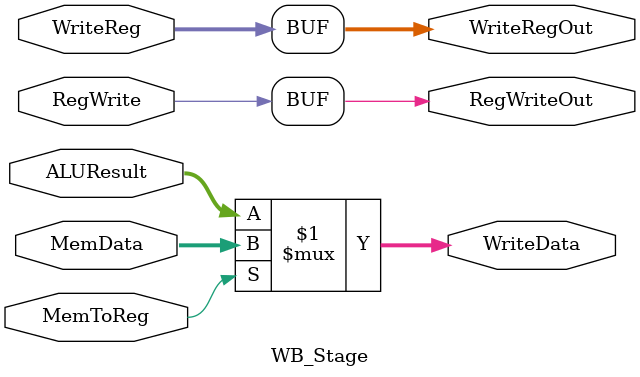
<source format=v>
module WB_Stage (
	 input wire [31:0] ALUResult,        // Resultado da ALU
	 input wire [31:0] MemData,          // Dado lido da memória
	 input wire [4:0] WriteReg,          // Endereço do registrador de destino
    input wire MemToReg,                // Seleciona entre dado da memória ou ALU
    input wire RegWrite,                // Habilita escrita no registrador
    output wire [31:0] WriteData,       // Dado a ser escrito no registrador
    output wire [4:0] WriteRegOut,      // Endereço do registrador destino (saída)
    output wire RegWriteOut             // Sinal de controle da escrita (saída)
);

    // Multiplexador para selecionar a fonte do dado a ser escrito
    assign WriteData = (MemToReg) ? MemData : ALUResult;

    // Propagar os sinais de controle e endereço do registrador
    assign WriteRegOut = WriteReg;
    assign RegWriteOut = RegWrite;

endmodule

</source>
